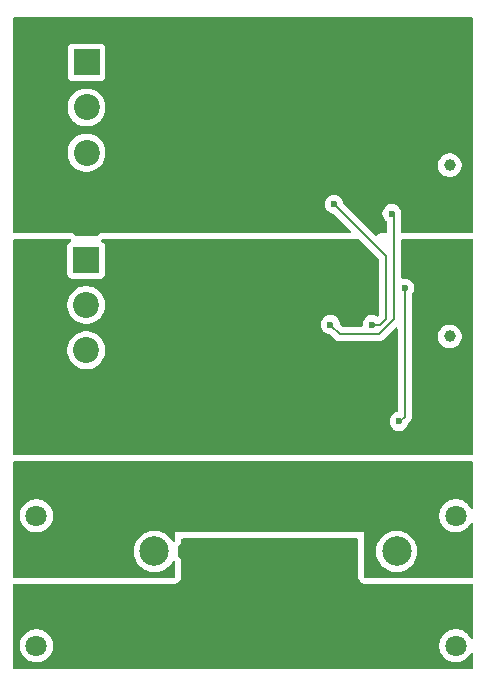
<source format=gbl>
%TF.GenerationSoftware,KiCad,Pcbnew,9.0.6*%
%TF.CreationDate,2025-12-05T19:41:48+01:00*%
%TF.ProjectId,balancingBoard,62616c61-6e63-4696-9e67-426f6172642e,rev?*%
%TF.SameCoordinates,Original*%
%TF.FileFunction,Copper,L2,Bot*%
%TF.FilePolarity,Positive*%
%FSLAX46Y46*%
G04 Gerber Fmt 4.6, Leading zero omitted, Abs format (unit mm)*
G04 Created by KiCad (PCBNEW 9.0.6) date 2025-12-05 19:41:48*
%MOMM*%
%LPD*%
G01*
G04 APERTURE LIST*
%TA.AperFunction,ComponentPad*%
%ADD10C,2.500000*%
%TD*%
%TA.AperFunction,ComponentPad*%
%ADD11C,1.800000*%
%TD*%
%TA.AperFunction,ComponentPad*%
%ADD12R,2.200000X2.200000*%
%TD*%
%TA.AperFunction,ComponentPad*%
%ADD13C,2.200000*%
%TD*%
%TA.AperFunction,ComponentPad*%
%ADD14C,1.000000*%
%TD*%
%TA.AperFunction,ViaPad*%
%ADD15C,0.600000*%
%TD*%
%TA.AperFunction,Conductor*%
%ADD16C,0.200000*%
%TD*%
G04 APERTURE END LIST*
D10*
%TO.P,U3,1,1*%
%TO.N,PACK+*%
X119012500Y-107690000D03*
%TO.P,U3,2,2*%
%TO.N,PACK-*%
X119012500Y-102690000D03*
D11*
%TO.P,U3,3,3*%
%TO.N,unconnected-(U3-Pad3)*%
X124012500Y-99690000D03*
%TO.P,U3,4,4*%
%TO.N,unconnected-(U3-Pad4)*%
X124012500Y-110690000D03*
%TD*%
D12*
%TO.P,CN1,1,1*%
%TO.N,Net-(CN1-Pad1)*%
X92750000Y-61310000D03*
D13*
%TO.P,CN1,2,2*%
%TO.N,Net-(CN1-Pad2)*%
X92750000Y-65120000D03*
%TO.P,CN1,3,3*%
%TO.N,Net-(CN1-Pad3)*%
X92750000Y-68940000D03*
%TO.P,CN1,4,4*%
%TO.N,Net-(U2-CTRC)*%
X92750000Y-72750000D03*
%TD*%
D14*
%TO.P,R19,1,1*%
%TO.N,Net-(U1-TS)*%
X123500000Y-84500000D03*
%TO.P,R19,2,2*%
%TO.N,GND*%
X123500000Y-82800000D03*
%TD*%
%TO.P,R15,1,1*%
%TO.N,Net-(U2-TS)*%
X123500000Y-70000000D03*
%TO.P,R15,2,2*%
%TO.N,Net-(U2-CTRC)*%
X123500000Y-68300000D03*
%TD*%
D12*
%TO.P,CN2,1,1*%
%TO.N,Net-(U2-CTRC)*%
X92725000Y-78030000D03*
D13*
%TO.P,CN2,2,2*%
%TO.N,Net-(CN2-Pad2)*%
X92725000Y-81840000D03*
%TO.P,CN2,3,3*%
%TO.N,Net-(CN2-Pad3)*%
X92725000Y-85660000D03*
%TO.P,CN2,4,4*%
%TO.N,GND*%
X92725000Y-89470000D03*
%TD*%
D10*
%TO.P,CN3,1,-*%
%TO.N,-BATT*%
X98500000Y-102690000D03*
%TO.P,CN3,2,+*%
%TO.N,PACK+*%
X98500000Y-107690000D03*
D11*
%TO.P,CN3,3,3*%
%TO.N,unconnected-(CN3-Pad3)*%
X88500000Y-110690000D03*
%TO.P,CN3,4,4*%
%TO.N,unconnected-(CN3-Pad4)*%
X88500000Y-99690000D03*
%TD*%
D15*
%TO.N,Net-(U2-CTRC)*%
X104200000Y-64600000D03*
X105200000Y-62900000D03*
X113400000Y-67100000D03*
X104770000Y-73410000D03*
%TO.N,GND*%
X103200000Y-78700000D03*
X96270000Y-81180000D03*
X107800000Y-86700000D03*
X105100000Y-77200000D03*
%TO.N,Net-(D2-C)*%
X119700000Y-80400000D03*
X119200000Y-91700000D03*
%TO.N,Net-(Q1-D-Pad5)*%
X114790000Y-97470000D03*
X107030000Y-98600000D03*
X112770000Y-99790000D03*
X105980000Y-97470000D03*
X108090000Y-97470000D03*
X114790000Y-99790000D03*
X113610000Y-98600000D03*
X105980000Y-99790000D03*
X112770000Y-97470000D03*
X108090000Y-99790000D03*
%TO.N,Net-(U2-LPWR)*%
X116912500Y-83500000D03*
X113700000Y-73300000D03*
%TO.N,BCBO*%
X118600000Y-74100000D03*
X113400000Y-83500000D03*
%TD*%
D16*
%TO.N,Net-(D2-C)*%
X119200000Y-91700000D02*
X119300000Y-91700000D01*
X119300000Y-91700000D02*
X119700000Y-91300000D01*
X119700000Y-91300000D02*
X119700000Y-80400000D01*
%TO.N,Net-(U2-LPWR)*%
X113700000Y-73300000D02*
X118100000Y-77700000D01*
X117600000Y-83500000D02*
X116912500Y-83500000D01*
X118100000Y-83000000D02*
X117600000Y-83500000D01*
X118100000Y-77700000D02*
X118100000Y-83000000D01*
%TO.N,BCBO*%
X118800000Y-74300000D02*
X118600000Y-74100000D01*
X114200000Y-84300000D02*
X117500000Y-84300000D01*
X113400000Y-83500000D02*
X114200000Y-84300000D01*
X117500000Y-84300000D02*
X118800000Y-83000000D01*
X118800000Y-83000000D02*
X118800000Y-74300000D01*
%TD*%
%TA.AperFunction,Conductor*%
%TO.N,Net-(U2-CTRC)*%
G36*
X125442539Y-57520185D02*
G01*
X125488294Y-57572989D01*
X125499500Y-57624500D01*
X125499500Y-75620500D01*
X125479815Y-75687539D01*
X125427011Y-75733294D01*
X125375500Y-75744500D01*
X119524500Y-75744500D01*
X119457461Y-75724815D01*
X119411706Y-75672011D01*
X119400500Y-75620500D01*
X119400500Y-74389639D01*
X119400500Y-74379061D01*
X119400501Y-74379058D01*
X119400501Y-74220943D01*
X119398909Y-74215006D01*
X119398781Y-74200848D01*
X119400534Y-74194667D01*
X119400851Y-74184995D01*
X119399903Y-74184902D01*
X119400500Y-74178843D01*
X119400500Y-74021155D01*
X119400499Y-74021153D01*
X119380734Y-73921789D01*
X119369737Y-73866503D01*
X119346452Y-73810288D01*
X119309397Y-73720827D01*
X119309390Y-73720814D01*
X119221789Y-73589711D01*
X119221786Y-73589707D01*
X119110292Y-73478213D01*
X119110288Y-73478210D01*
X118979185Y-73390609D01*
X118979172Y-73390602D01*
X118833501Y-73330264D01*
X118833489Y-73330261D01*
X118678845Y-73299500D01*
X118678842Y-73299500D01*
X118521158Y-73299500D01*
X118521155Y-73299500D01*
X118366510Y-73330261D01*
X118366498Y-73330264D01*
X118220827Y-73390602D01*
X118220814Y-73390609D01*
X118089711Y-73478210D01*
X118089707Y-73478213D01*
X117978213Y-73589707D01*
X117978210Y-73589711D01*
X117890609Y-73720814D01*
X117890602Y-73720827D01*
X117830264Y-73866498D01*
X117830261Y-73866510D01*
X117799500Y-74021153D01*
X117799500Y-74178846D01*
X117830261Y-74333489D01*
X117830264Y-74333501D01*
X117890602Y-74479172D01*
X117890609Y-74479185D01*
X117978210Y-74610288D01*
X117978213Y-74610292D01*
X118089706Y-74721785D01*
X118089709Y-74721787D01*
X118089711Y-74721789D01*
X118144391Y-74758325D01*
X118189195Y-74811935D01*
X118199500Y-74861426D01*
X118199500Y-75620500D01*
X118179815Y-75687539D01*
X118127011Y-75733294D01*
X118075500Y-75744500D01*
X117798579Y-75744500D01*
X117780596Y-75744820D01*
X117772951Y-75745093D01*
X117771706Y-75745138D01*
X117771702Y-75745138D01*
X117771680Y-75745139D01*
X117753694Y-75746103D01*
X117753679Y-75746105D01*
X117613103Y-75776686D01*
X117613098Y-75776687D01*
X117613097Y-75776688D01*
X117597271Y-75782590D01*
X117547631Y-75801105D01*
X117547627Y-75801107D01*
X117421357Y-75870056D01*
X117421356Y-75870057D01*
X117358002Y-75933409D01*
X117296678Y-75966893D01*
X117226987Y-75961907D01*
X117182642Y-75933407D01*
X115859527Y-74610292D01*
X114534573Y-73285337D01*
X114501088Y-73224014D01*
X114500637Y-73221847D01*
X114469738Y-73066510D01*
X114469737Y-73066503D01*
X114469735Y-73066498D01*
X114409397Y-72920827D01*
X114409390Y-72920814D01*
X114321789Y-72789711D01*
X114321786Y-72789707D01*
X114210292Y-72678213D01*
X114210288Y-72678210D01*
X114079185Y-72590609D01*
X114079172Y-72590602D01*
X113933501Y-72530264D01*
X113933489Y-72530261D01*
X113778845Y-72499500D01*
X113778842Y-72499500D01*
X113621158Y-72499500D01*
X113621155Y-72499500D01*
X113466510Y-72530261D01*
X113466498Y-72530264D01*
X113320827Y-72590602D01*
X113320814Y-72590609D01*
X113189711Y-72678210D01*
X113189707Y-72678213D01*
X113078213Y-72789707D01*
X113078210Y-72789711D01*
X112990609Y-72920814D01*
X112990602Y-72920827D01*
X112930264Y-73066498D01*
X112930261Y-73066510D01*
X112899500Y-73221153D01*
X112899500Y-73378846D01*
X112930261Y-73533489D01*
X112930264Y-73533501D01*
X112990602Y-73679172D01*
X112990609Y-73679185D01*
X113078210Y-73810288D01*
X113078213Y-73810292D01*
X113189707Y-73921786D01*
X113189711Y-73921789D01*
X113320814Y-74009390D01*
X113320827Y-74009397D01*
X113466498Y-74069735D01*
X113466503Y-74069737D01*
X113531147Y-74082595D01*
X113621849Y-74100638D01*
X113683760Y-74133023D01*
X113685339Y-74134574D01*
X115083584Y-75532819D01*
X115117069Y-75594142D01*
X115112085Y-75663834D01*
X115070213Y-75719767D01*
X115004749Y-75744184D01*
X114995903Y-75744500D01*
X94120584Y-75744500D01*
X94068232Y-75749184D01*
X94030834Y-75752530D01*
X93987517Y-75760344D01*
X93987513Y-75760345D01*
X93900610Y-75784184D01*
X93774327Y-75853136D01*
X93774325Y-75853137D01*
X93710260Y-75901094D01*
X93704180Y-75909217D01*
X93649714Y-75963682D01*
X93588391Y-75997166D01*
X93562034Y-76000000D01*
X91888272Y-76000000D01*
X91821233Y-75980315D01*
X91794560Y-75957204D01*
X91778486Y-75938653D01*
X91669752Y-75844433D01*
X91669749Y-75844431D01*
X91669747Y-75844430D01*
X91538881Y-75784664D01*
X91538876Y-75784662D01*
X91538875Y-75784662D01*
X91471836Y-75764977D01*
X91471838Y-75764977D01*
X91471833Y-75764976D01*
X91409770Y-75756053D01*
X91329416Y-75744500D01*
X86624500Y-75744500D01*
X86557461Y-75724815D01*
X86511706Y-75672011D01*
X86500500Y-75620500D01*
X86500500Y-68814038D01*
X91149500Y-68814038D01*
X91149500Y-69065962D01*
X91157009Y-69113371D01*
X91188910Y-69314785D01*
X91266760Y-69554383D01*
X91345114Y-69708160D01*
X91381129Y-69778844D01*
X91381132Y-69778848D01*
X91529201Y-69982649D01*
X91529205Y-69982654D01*
X91707345Y-70160794D01*
X91707350Y-70160798D01*
X91885117Y-70289952D01*
X91911155Y-70308870D01*
X92054184Y-70381747D01*
X92135616Y-70423239D01*
X92135618Y-70423239D01*
X92135621Y-70423241D01*
X92375215Y-70501090D01*
X92624038Y-70540500D01*
X92624039Y-70540500D01*
X92875961Y-70540500D01*
X92875962Y-70540500D01*
X93124785Y-70501090D01*
X93364379Y-70423241D01*
X93588845Y-70308870D01*
X93792656Y-70160793D01*
X93854906Y-70098543D01*
X122499499Y-70098543D01*
X122537947Y-70291829D01*
X122537950Y-70291839D01*
X122613364Y-70473907D01*
X122613371Y-70473920D01*
X122722860Y-70637781D01*
X122722863Y-70637785D01*
X122862214Y-70777136D01*
X122862218Y-70777139D01*
X123026079Y-70886628D01*
X123026092Y-70886635D01*
X123208160Y-70962049D01*
X123208165Y-70962051D01*
X123208169Y-70962051D01*
X123208170Y-70962052D01*
X123401456Y-71000500D01*
X123401459Y-71000500D01*
X123598543Y-71000500D01*
X123728582Y-70974632D01*
X123791835Y-70962051D01*
X123973914Y-70886632D01*
X124137782Y-70777139D01*
X124277139Y-70637782D01*
X124386632Y-70473914D01*
X124462051Y-70291835D01*
X124500500Y-70098541D01*
X124500500Y-69901459D01*
X124500500Y-69901456D01*
X124462052Y-69708170D01*
X124462051Y-69708169D01*
X124462051Y-69708165D01*
X124398353Y-69554383D01*
X124386635Y-69526092D01*
X124386628Y-69526079D01*
X124277139Y-69362218D01*
X124277136Y-69362214D01*
X124137785Y-69222863D01*
X124137781Y-69222860D01*
X123973920Y-69113371D01*
X123973907Y-69113364D01*
X123791839Y-69037950D01*
X123791829Y-69037947D01*
X123598543Y-68999500D01*
X123598541Y-68999500D01*
X123401459Y-68999500D01*
X123401457Y-68999500D01*
X123208170Y-69037947D01*
X123208160Y-69037950D01*
X123026092Y-69113364D01*
X123026079Y-69113371D01*
X122862218Y-69222860D01*
X122862214Y-69222863D01*
X122722863Y-69362214D01*
X122722860Y-69362218D01*
X122613371Y-69526079D01*
X122613364Y-69526092D01*
X122537950Y-69708160D01*
X122537947Y-69708170D01*
X122499500Y-69901456D01*
X122499500Y-69901459D01*
X122499500Y-70098541D01*
X122499500Y-70098543D01*
X122499499Y-70098543D01*
X93854906Y-70098543D01*
X93970793Y-69982656D01*
X94118870Y-69778845D01*
X94233241Y-69554379D01*
X94311090Y-69314785D01*
X94350500Y-69065962D01*
X94350500Y-68814038D01*
X94311090Y-68565215D01*
X94233241Y-68325621D01*
X94233239Y-68325618D01*
X94233239Y-68325616D01*
X94191747Y-68244184D01*
X94118870Y-68101155D01*
X94099952Y-68075117D01*
X93970798Y-67897350D01*
X93970794Y-67897345D01*
X93792654Y-67719205D01*
X93792649Y-67719201D01*
X93588848Y-67571132D01*
X93588847Y-67571131D01*
X93588845Y-67571130D01*
X93518747Y-67535413D01*
X93364383Y-67456760D01*
X93124785Y-67378910D01*
X92875962Y-67339500D01*
X92624038Y-67339500D01*
X92499626Y-67359205D01*
X92375214Y-67378910D01*
X92135616Y-67456760D01*
X91911151Y-67571132D01*
X91707350Y-67719201D01*
X91707345Y-67719205D01*
X91529205Y-67897345D01*
X91529201Y-67897350D01*
X91381132Y-68101151D01*
X91266760Y-68325616D01*
X91188910Y-68565214D01*
X91188910Y-68565215D01*
X91149500Y-68814038D01*
X86500500Y-68814038D01*
X86500500Y-64994038D01*
X91149500Y-64994038D01*
X91149500Y-65245961D01*
X91188910Y-65494785D01*
X91266760Y-65734383D01*
X91381132Y-65958848D01*
X91529201Y-66162649D01*
X91529205Y-66162654D01*
X91707345Y-66340794D01*
X91707350Y-66340798D01*
X91885117Y-66469952D01*
X91911155Y-66488870D01*
X92054184Y-66561747D01*
X92135616Y-66603239D01*
X92135618Y-66603239D01*
X92135621Y-66603241D01*
X92375215Y-66681090D01*
X92624038Y-66720500D01*
X92624039Y-66720500D01*
X92875961Y-66720500D01*
X92875962Y-66720500D01*
X93124785Y-66681090D01*
X93364379Y-66603241D01*
X93588845Y-66488870D01*
X93792656Y-66340793D01*
X93970793Y-66162656D01*
X94118870Y-65958845D01*
X94233241Y-65734379D01*
X94311090Y-65494785D01*
X94350500Y-65245962D01*
X94350500Y-64994038D01*
X94311090Y-64745215D01*
X94233241Y-64505621D01*
X94233239Y-64505618D01*
X94233239Y-64505616D01*
X94191747Y-64424184D01*
X94118870Y-64281155D01*
X94099952Y-64255117D01*
X93970798Y-64077350D01*
X93970794Y-64077345D01*
X93792654Y-63899205D01*
X93792649Y-63899201D01*
X93588848Y-63751132D01*
X93588847Y-63751131D01*
X93588845Y-63751130D01*
X93518747Y-63715413D01*
X93364383Y-63636760D01*
X93124785Y-63558910D01*
X92875962Y-63519500D01*
X92624038Y-63519500D01*
X92499626Y-63539205D01*
X92375214Y-63558910D01*
X92135616Y-63636760D01*
X91911151Y-63751132D01*
X91707350Y-63899201D01*
X91707345Y-63899205D01*
X91529205Y-64077345D01*
X91529201Y-64077350D01*
X91381132Y-64281151D01*
X91266760Y-64505616D01*
X91188910Y-64745214D01*
X91149500Y-64994038D01*
X86500500Y-64994038D01*
X86500500Y-60162135D01*
X91149500Y-60162135D01*
X91149500Y-62457870D01*
X91149501Y-62457876D01*
X91155908Y-62517483D01*
X91206202Y-62652328D01*
X91206206Y-62652335D01*
X91292452Y-62767544D01*
X91292455Y-62767547D01*
X91407664Y-62853793D01*
X91407671Y-62853797D01*
X91542517Y-62904091D01*
X91542516Y-62904091D01*
X91549444Y-62904835D01*
X91602127Y-62910500D01*
X93897872Y-62910499D01*
X93957483Y-62904091D01*
X94092331Y-62853796D01*
X94207546Y-62767546D01*
X94293796Y-62652331D01*
X94344091Y-62517483D01*
X94350500Y-62457873D01*
X94350499Y-60162128D01*
X94344091Y-60102517D01*
X94293796Y-59967669D01*
X94293795Y-59967668D01*
X94293793Y-59967664D01*
X94207547Y-59852455D01*
X94207544Y-59852452D01*
X94092335Y-59766206D01*
X94092328Y-59766202D01*
X93957482Y-59715908D01*
X93957483Y-59715908D01*
X93897883Y-59709501D01*
X93897881Y-59709500D01*
X93897873Y-59709500D01*
X93897864Y-59709500D01*
X91602129Y-59709500D01*
X91602123Y-59709501D01*
X91542516Y-59715908D01*
X91407671Y-59766202D01*
X91407664Y-59766206D01*
X91292455Y-59852452D01*
X91292452Y-59852455D01*
X91206206Y-59967664D01*
X91206202Y-59967671D01*
X91155908Y-60102517D01*
X91149501Y-60162116D01*
X91149501Y-60162123D01*
X91149500Y-60162135D01*
X86500500Y-60162135D01*
X86500500Y-57624500D01*
X86520185Y-57557461D01*
X86572989Y-57511706D01*
X86624500Y-57500500D01*
X125375500Y-57500500D01*
X125442539Y-57520185D01*
G37*
%TD.AperFunction*%
%TD*%
%TA.AperFunction,Conductor*%
%TO.N,GND*%
G36*
X91396455Y-76269685D02*
G01*
X91442210Y-76322489D01*
X91452154Y-76391647D01*
X91423129Y-76455203D01*
X91388845Y-76482831D01*
X91382666Y-76486204D01*
X91267455Y-76572452D01*
X91267452Y-76572455D01*
X91181206Y-76687664D01*
X91181202Y-76687671D01*
X91130908Y-76822517D01*
X91124501Y-76882116D01*
X91124501Y-76882123D01*
X91124500Y-76882135D01*
X91124500Y-79177870D01*
X91124501Y-79177876D01*
X91130908Y-79237483D01*
X91181202Y-79372328D01*
X91181206Y-79372335D01*
X91267452Y-79487544D01*
X91267455Y-79487547D01*
X91382664Y-79573793D01*
X91382671Y-79573797D01*
X91517517Y-79624091D01*
X91517516Y-79624091D01*
X91524444Y-79624835D01*
X91577127Y-79630500D01*
X93872872Y-79630499D01*
X93932483Y-79624091D01*
X94067331Y-79573796D01*
X94182546Y-79487546D01*
X94268796Y-79372331D01*
X94319091Y-79237483D01*
X94325500Y-79177873D01*
X94325499Y-76882128D01*
X94319091Y-76822517D01*
X94297152Y-76763696D01*
X94268797Y-76687671D01*
X94268793Y-76687664D01*
X94182547Y-76572455D01*
X94182544Y-76572452D01*
X94067333Y-76486204D01*
X94061155Y-76482831D01*
X94011751Y-76433425D01*
X93996900Y-76365152D01*
X94021318Y-76299688D01*
X94077253Y-76257817D01*
X94120584Y-76250000D01*
X115749403Y-76250000D01*
X115816442Y-76269685D01*
X115837084Y-76286319D01*
X117463181Y-77912416D01*
X117496666Y-77973739D01*
X117499500Y-78000097D01*
X117499500Y-82697479D01*
X117479815Y-82764518D01*
X117427011Y-82810273D01*
X117357853Y-82820217D01*
X117306612Y-82800583D01*
X117291686Y-82790610D01*
X117291680Y-82790607D01*
X117291679Y-82790606D01*
X117291676Y-82790605D01*
X117291671Y-82790602D01*
X117146001Y-82730264D01*
X117145989Y-82730261D01*
X116991345Y-82699500D01*
X116991342Y-82699500D01*
X116833658Y-82699500D01*
X116833655Y-82699500D01*
X116679010Y-82730261D01*
X116678998Y-82730264D01*
X116533327Y-82790602D01*
X116533314Y-82790609D01*
X116402211Y-82878210D01*
X116402207Y-82878213D01*
X116290713Y-82989707D01*
X116290710Y-82989711D01*
X116203109Y-83120814D01*
X116203102Y-83120827D01*
X116142764Y-83266498D01*
X116142761Y-83266510D01*
X116112000Y-83421153D01*
X116112000Y-83575500D01*
X116092315Y-83642539D01*
X116039511Y-83688294D01*
X115988000Y-83699500D01*
X114500097Y-83699500D01*
X114433058Y-83679815D01*
X114412416Y-83663181D01*
X114234574Y-83485339D01*
X114201089Y-83424016D01*
X114200638Y-83421849D01*
X114169738Y-83266510D01*
X114169737Y-83266503D01*
X114145864Y-83208867D01*
X114109397Y-83120827D01*
X114109390Y-83120814D01*
X114021789Y-82989711D01*
X114021786Y-82989707D01*
X113910292Y-82878213D01*
X113910288Y-82878210D01*
X113779185Y-82790609D01*
X113779172Y-82790602D01*
X113633501Y-82730264D01*
X113633489Y-82730261D01*
X113478845Y-82699500D01*
X113478842Y-82699500D01*
X113321158Y-82699500D01*
X113321155Y-82699500D01*
X113166510Y-82730261D01*
X113166498Y-82730264D01*
X113020827Y-82790602D01*
X113020814Y-82790609D01*
X112889711Y-82878210D01*
X112889707Y-82878213D01*
X112778213Y-82989707D01*
X112778210Y-82989711D01*
X112690609Y-83120814D01*
X112690602Y-83120827D01*
X112630264Y-83266498D01*
X112630261Y-83266510D01*
X112599500Y-83421153D01*
X112599500Y-83578846D01*
X112630261Y-83733489D01*
X112630264Y-83733501D01*
X112690602Y-83879172D01*
X112690609Y-83879185D01*
X112778210Y-84010288D01*
X112778213Y-84010292D01*
X112889707Y-84121786D01*
X112889711Y-84121789D01*
X113020814Y-84209390D01*
X113020827Y-84209397D01*
X113166498Y-84269735D01*
X113166503Y-84269737D01*
X113231147Y-84282595D01*
X113321849Y-84300638D01*
X113383760Y-84333023D01*
X113385339Y-84334574D01*
X113715139Y-84664374D01*
X113715149Y-84664385D01*
X113719479Y-84668715D01*
X113719480Y-84668716D01*
X113831284Y-84780520D01*
X113901660Y-84821151D01*
X113901664Y-84821153D01*
X113901666Y-84821155D01*
X113901667Y-84821155D01*
X113968215Y-84859577D01*
X114120943Y-84900501D01*
X114120946Y-84900501D01*
X114286653Y-84900501D01*
X114286669Y-84900500D01*
X117413331Y-84900500D01*
X117413347Y-84900501D01*
X117420943Y-84900501D01*
X117579054Y-84900501D01*
X117579057Y-84900501D01*
X117731785Y-84859577D01*
X117798333Y-84821155D01*
X117868716Y-84780520D01*
X117980520Y-84668716D01*
X117980520Y-84668714D01*
X117990724Y-84658511D01*
X117990727Y-84658506D01*
X118887820Y-83761414D01*
X118949142Y-83727930D01*
X119018834Y-83732914D01*
X119074767Y-83774786D01*
X119099184Y-83840250D01*
X119099500Y-83849096D01*
X119099500Y-90802044D01*
X119079815Y-90869083D01*
X119027011Y-90914838D01*
X118999691Y-90923661D01*
X118966510Y-90930261D01*
X118966498Y-90930264D01*
X118820827Y-90990602D01*
X118820814Y-90990609D01*
X118689711Y-91078210D01*
X118689707Y-91078213D01*
X118578213Y-91189707D01*
X118578210Y-91189711D01*
X118490609Y-91320814D01*
X118490602Y-91320827D01*
X118430264Y-91466498D01*
X118430261Y-91466510D01*
X118399500Y-91621153D01*
X118399500Y-91778846D01*
X118430261Y-91933489D01*
X118430264Y-91933501D01*
X118490602Y-92079172D01*
X118490609Y-92079185D01*
X118578210Y-92210288D01*
X118578213Y-92210292D01*
X118689707Y-92321786D01*
X118689711Y-92321789D01*
X118820814Y-92409390D01*
X118820827Y-92409397D01*
X118966498Y-92469735D01*
X118966503Y-92469737D01*
X119121153Y-92500499D01*
X119121156Y-92500500D01*
X119121158Y-92500500D01*
X119278844Y-92500500D01*
X119278845Y-92500499D01*
X119433497Y-92469737D01*
X119579179Y-92409394D01*
X119710289Y-92321789D01*
X119821789Y-92210289D01*
X119909394Y-92079179D01*
X119969737Y-91933497D01*
X119975807Y-91902978D01*
X119984572Y-91886222D01*
X119988592Y-91867744D01*
X120007334Y-91842707D01*
X120008191Y-91841070D01*
X120009687Y-91839546D01*
X120058506Y-91790728D01*
X120058511Y-91790724D01*
X120068714Y-91780520D01*
X120068716Y-91780520D01*
X120180520Y-91668716D01*
X120259577Y-91531784D01*
X120300500Y-91379057D01*
X120300500Y-84598543D01*
X122499499Y-84598543D01*
X122537947Y-84791829D01*
X122537950Y-84791839D01*
X122613364Y-84973907D01*
X122613371Y-84973920D01*
X122722860Y-85137781D01*
X122722863Y-85137785D01*
X122862214Y-85277136D01*
X122862218Y-85277139D01*
X123026079Y-85386628D01*
X123026092Y-85386635D01*
X123208160Y-85462049D01*
X123208165Y-85462051D01*
X123208169Y-85462051D01*
X123208170Y-85462052D01*
X123401456Y-85500500D01*
X123401459Y-85500500D01*
X123598543Y-85500500D01*
X123728582Y-85474632D01*
X123791835Y-85462051D01*
X123973914Y-85386632D01*
X124137782Y-85277139D01*
X124277139Y-85137782D01*
X124386632Y-84973914D01*
X124462051Y-84791835D01*
X124500500Y-84598541D01*
X124500500Y-84401459D01*
X124500500Y-84401456D01*
X124462052Y-84208170D01*
X124462051Y-84208169D01*
X124462051Y-84208165D01*
X124426272Y-84121786D01*
X124386635Y-84026092D01*
X124386628Y-84026079D01*
X124277139Y-83862218D01*
X124277136Y-83862214D01*
X124137785Y-83722863D01*
X124137781Y-83722860D01*
X123973920Y-83613371D01*
X123973907Y-83613364D01*
X123791839Y-83537950D01*
X123791829Y-83537947D01*
X123598543Y-83499500D01*
X123598541Y-83499500D01*
X123401459Y-83499500D01*
X123401457Y-83499500D01*
X123208170Y-83537947D01*
X123208160Y-83537950D01*
X123026092Y-83613364D01*
X123026079Y-83613371D01*
X122862218Y-83722860D01*
X122862214Y-83722863D01*
X122722863Y-83862214D01*
X122722860Y-83862218D01*
X122613371Y-84026079D01*
X122613364Y-84026092D01*
X122537950Y-84208160D01*
X122537947Y-84208170D01*
X122499500Y-84401456D01*
X122499500Y-84401459D01*
X122499500Y-84598541D01*
X122499500Y-84598543D01*
X122499499Y-84598543D01*
X120300500Y-84598543D01*
X120300500Y-80979765D01*
X120320185Y-80912726D01*
X120321398Y-80910874D01*
X120409390Y-80779185D01*
X120409390Y-80779184D01*
X120409394Y-80779179D01*
X120469737Y-80633497D01*
X120500500Y-80478842D01*
X120500500Y-80321158D01*
X120500500Y-80321155D01*
X120500499Y-80321153D01*
X120469738Y-80166510D01*
X120469737Y-80166503D01*
X120469735Y-80166498D01*
X120409397Y-80020827D01*
X120409390Y-80020814D01*
X120321789Y-79889711D01*
X120321786Y-79889707D01*
X120210292Y-79778213D01*
X120210288Y-79778210D01*
X120079185Y-79690609D01*
X120079172Y-79690602D01*
X119933501Y-79630264D01*
X119933489Y-79630261D01*
X119778845Y-79599500D01*
X119778842Y-79599500D01*
X119621158Y-79599500D01*
X119621155Y-79599500D01*
X119548691Y-79613914D01*
X119479100Y-79607687D01*
X119423922Y-79564824D01*
X119400678Y-79498934D01*
X119400500Y-79492297D01*
X119400500Y-76374000D01*
X119420185Y-76306961D01*
X119472989Y-76261206D01*
X119524500Y-76250000D01*
X125375500Y-76250000D01*
X125442539Y-76269685D01*
X125488294Y-76322489D01*
X125499500Y-76374000D01*
X125499500Y-94460500D01*
X125479815Y-94527539D01*
X125427011Y-94573294D01*
X125375500Y-94584500D01*
X86624500Y-94584500D01*
X86557461Y-94564815D01*
X86511706Y-94512011D01*
X86500500Y-94460500D01*
X86500500Y-85534038D01*
X91124500Y-85534038D01*
X91124500Y-85785961D01*
X91163910Y-86034785D01*
X91241760Y-86274383D01*
X91356132Y-86498848D01*
X91504201Y-86702649D01*
X91504205Y-86702654D01*
X91682345Y-86880794D01*
X91682350Y-86880798D01*
X91860117Y-87009952D01*
X91886155Y-87028870D01*
X92029184Y-87101747D01*
X92110616Y-87143239D01*
X92110618Y-87143239D01*
X92110621Y-87143241D01*
X92350215Y-87221090D01*
X92599038Y-87260500D01*
X92599039Y-87260500D01*
X92850961Y-87260500D01*
X92850962Y-87260500D01*
X93099785Y-87221090D01*
X93339379Y-87143241D01*
X93563845Y-87028870D01*
X93767656Y-86880793D01*
X93945793Y-86702656D01*
X94093870Y-86498845D01*
X94208241Y-86274379D01*
X94286090Y-86034785D01*
X94325500Y-85785962D01*
X94325500Y-85534038D01*
X94286090Y-85285215D01*
X94208241Y-85045621D01*
X94208239Y-85045618D01*
X94208239Y-85045616D01*
X94166747Y-84964184D01*
X94093870Y-84821155D01*
X94072563Y-84791829D01*
X93945798Y-84617350D01*
X93945794Y-84617345D01*
X93767654Y-84439205D01*
X93767649Y-84439201D01*
X93563848Y-84291132D01*
X93563847Y-84291131D01*
X93563845Y-84291130D01*
X93493747Y-84255413D01*
X93339383Y-84176760D01*
X93099785Y-84098910D01*
X92850962Y-84059500D01*
X92599038Y-84059500D01*
X92474626Y-84079205D01*
X92350214Y-84098910D01*
X92110616Y-84176760D01*
X91886151Y-84291132D01*
X91682350Y-84439201D01*
X91682345Y-84439205D01*
X91504205Y-84617345D01*
X91504201Y-84617350D01*
X91356132Y-84821151D01*
X91241760Y-85045616D01*
X91163910Y-85285214D01*
X91124500Y-85534038D01*
X86500500Y-85534038D01*
X86500500Y-81714038D01*
X91124500Y-81714038D01*
X91124500Y-81965961D01*
X91163910Y-82214785D01*
X91241760Y-82454383D01*
X91356132Y-82678848D01*
X91504201Y-82882649D01*
X91504205Y-82882654D01*
X91682345Y-83060794D01*
X91682350Y-83060798D01*
X91860117Y-83189952D01*
X91886155Y-83208870D01*
X91999280Y-83266510D01*
X92110616Y-83323239D01*
X92110618Y-83323239D01*
X92110621Y-83323241D01*
X92350215Y-83401090D01*
X92599038Y-83440500D01*
X92599039Y-83440500D01*
X92850961Y-83440500D01*
X92850962Y-83440500D01*
X93099785Y-83401090D01*
X93339379Y-83323241D01*
X93563845Y-83208870D01*
X93767656Y-83060793D01*
X93945793Y-82882656D01*
X94093870Y-82678845D01*
X94208241Y-82454379D01*
X94286090Y-82214785D01*
X94325500Y-81965962D01*
X94325500Y-81714038D01*
X94286090Y-81465215D01*
X94208241Y-81225621D01*
X94208239Y-81225618D01*
X94208239Y-81225616D01*
X94166747Y-81144184D01*
X94093870Y-81001155D01*
X94074952Y-80975117D01*
X93945798Y-80797350D01*
X93945794Y-80797345D01*
X93767654Y-80619205D01*
X93767649Y-80619201D01*
X93563848Y-80471132D01*
X93563847Y-80471131D01*
X93563845Y-80471130D01*
X93493747Y-80435413D01*
X93339383Y-80356760D01*
X93099785Y-80278910D01*
X92850962Y-80239500D01*
X92599038Y-80239500D01*
X92474626Y-80259205D01*
X92350214Y-80278910D01*
X92110616Y-80356760D01*
X91886151Y-80471132D01*
X91682350Y-80619201D01*
X91682345Y-80619205D01*
X91504205Y-80797345D01*
X91504201Y-80797350D01*
X91356132Y-81001151D01*
X91241760Y-81225616D01*
X91163910Y-81465214D01*
X91124500Y-81714038D01*
X86500500Y-81714038D01*
X86500500Y-76374000D01*
X86520185Y-76306961D01*
X86572989Y-76261206D01*
X86624500Y-76250000D01*
X91329416Y-76250000D01*
X91396455Y-76269685D01*
G37*
%TD.AperFunction*%
%TD*%
%TA.AperFunction,Conductor*%
%TO.N,PACK+*%
G36*
X115687539Y-101625185D02*
G01*
X115733294Y-101677989D01*
X115744500Y-101729500D01*
X115744500Y-102608394D01*
X115744500Y-104816000D01*
X115744501Y-104816009D01*
X115756052Y-104923450D01*
X115756054Y-104923462D01*
X115767260Y-104974972D01*
X115801383Y-105077497D01*
X115801386Y-105077503D01*
X115879171Y-105198537D01*
X115879179Y-105198548D01*
X115924923Y-105251340D01*
X115924926Y-105251343D01*
X115924930Y-105251347D01*
X116033664Y-105345567D01*
X116033667Y-105345568D01*
X116033668Y-105345569D01*
X116127925Y-105388616D01*
X116164541Y-105405338D01*
X116231580Y-105425023D01*
X116231584Y-105425024D01*
X116374000Y-105445500D01*
X116374003Y-105445500D01*
X125375500Y-105445500D01*
X125442539Y-105465185D01*
X125488294Y-105517989D01*
X125499500Y-105569500D01*
X125499500Y-110007036D01*
X125479815Y-110074075D01*
X125427011Y-110119830D01*
X125357853Y-110129774D01*
X125294297Y-110100749D01*
X125265016Y-110063332D01*
X125210314Y-109955976D01*
X125080747Y-109777641D01*
X125080743Y-109777636D01*
X124924863Y-109621756D01*
X124924858Y-109621752D01*
X124746525Y-109492187D01*
X124746524Y-109492186D01*
X124746522Y-109492185D01*
X124683596Y-109460122D01*
X124550106Y-109392104D01*
X124550103Y-109392103D01*
X124340452Y-109323985D01*
X124231586Y-109306742D01*
X124122722Y-109289500D01*
X123902278Y-109289500D01*
X123829701Y-109300995D01*
X123684547Y-109323985D01*
X123474896Y-109392103D01*
X123474893Y-109392104D01*
X123278474Y-109492187D01*
X123100141Y-109621752D01*
X123100136Y-109621756D01*
X122944256Y-109777636D01*
X122944252Y-109777641D01*
X122814687Y-109955974D01*
X122714604Y-110152393D01*
X122714603Y-110152396D01*
X122646485Y-110362047D01*
X122612000Y-110579778D01*
X122612000Y-110800221D01*
X122646485Y-111017952D01*
X122714603Y-111227603D01*
X122714604Y-111227606D01*
X122814687Y-111424025D01*
X122944252Y-111602358D01*
X122944256Y-111602363D01*
X123100136Y-111758243D01*
X123100141Y-111758247D01*
X123255692Y-111871260D01*
X123278478Y-111887815D01*
X123406875Y-111953237D01*
X123474893Y-111987895D01*
X123474896Y-111987896D01*
X123579721Y-112021955D01*
X123684549Y-112056015D01*
X123902278Y-112090500D01*
X123902279Y-112090500D01*
X124122721Y-112090500D01*
X124122722Y-112090500D01*
X124340451Y-112056015D01*
X124550106Y-111987895D01*
X124746522Y-111887815D01*
X124924865Y-111758242D01*
X125080742Y-111602365D01*
X125210315Y-111424022D01*
X125265015Y-111316667D01*
X125312990Y-111265872D01*
X125380811Y-111249077D01*
X125446946Y-111271615D01*
X125490397Y-111326330D01*
X125499500Y-111372963D01*
X125499500Y-112575500D01*
X125479815Y-112642539D01*
X125427011Y-112688294D01*
X125375500Y-112699500D01*
X86624500Y-112699500D01*
X86557461Y-112679815D01*
X86511706Y-112627011D01*
X86500500Y-112575500D01*
X86500500Y-110579778D01*
X87099500Y-110579778D01*
X87099500Y-110800221D01*
X87133985Y-111017952D01*
X87202103Y-111227603D01*
X87202104Y-111227606D01*
X87302187Y-111424025D01*
X87431752Y-111602358D01*
X87431756Y-111602363D01*
X87587636Y-111758243D01*
X87587641Y-111758247D01*
X87743192Y-111871260D01*
X87765978Y-111887815D01*
X87894375Y-111953237D01*
X87962393Y-111987895D01*
X87962396Y-111987896D01*
X88067221Y-112021955D01*
X88172049Y-112056015D01*
X88389778Y-112090500D01*
X88389779Y-112090500D01*
X88610221Y-112090500D01*
X88610222Y-112090500D01*
X88827951Y-112056015D01*
X89037606Y-111987895D01*
X89234022Y-111887815D01*
X89412365Y-111758242D01*
X89568242Y-111602365D01*
X89697815Y-111424022D01*
X89797895Y-111227606D01*
X89866015Y-111017951D01*
X89900500Y-110800222D01*
X89900500Y-110579778D01*
X89866015Y-110362049D01*
X89797895Y-110152394D01*
X89797895Y-110152393D01*
X89752515Y-110063332D01*
X89697815Y-109955978D01*
X89681260Y-109933192D01*
X89568247Y-109777641D01*
X89568243Y-109777636D01*
X89412363Y-109621756D01*
X89412358Y-109621752D01*
X89234025Y-109492187D01*
X89234024Y-109492186D01*
X89234022Y-109492185D01*
X89171096Y-109460122D01*
X89037606Y-109392104D01*
X89037603Y-109392103D01*
X88827952Y-109323985D01*
X88719086Y-109306742D01*
X88610222Y-109289500D01*
X88389778Y-109289500D01*
X88317201Y-109300995D01*
X88172047Y-109323985D01*
X87962396Y-109392103D01*
X87962393Y-109392104D01*
X87765974Y-109492187D01*
X87587641Y-109621752D01*
X87587636Y-109621756D01*
X87431756Y-109777636D01*
X87431752Y-109777641D01*
X87302187Y-109955974D01*
X87202104Y-110152393D01*
X87202103Y-110152396D01*
X87133985Y-110362047D01*
X87099500Y-110579778D01*
X86500500Y-110579778D01*
X86500500Y-105569500D01*
X86520185Y-105502461D01*
X86572989Y-105456706D01*
X86624500Y-105445500D01*
X100125990Y-105445500D01*
X100126000Y-105445500D01*
X100233456Y-105433947D01*
X100284967Y-105422741D01*
X100319197Y-105411347D01*
X100387497Y-105388616D01*
X100387501Y-105388613D01*
X100387504Y-105388613D01*
X100508543Y-105310825D01*
X100561347Y-105265070D01*
X100655567Y-105156336D01*
X100715338Y-105025459D01*
X100735023Y-104958420D01*
X100735024Y-104958416D01*
X100755500Y-104816000D01*
X100755500Y-103622684D01*
X100748501Y-103538857D01*
X100741681Y-103498300D01*
X100720878Y-103416796D01*
X100720878Y-103416795D01*
X100654952Y-103288915D01*
X100654951Y-103288913D01*
X100619451Y-103239060D01*
X100614421Y-103231996D01*
X100614420Y-103231994D01*
X100533838Y-103147483D01*
X100533418Y-103147033D01*
X100517968Y-103116326D01*
X100502241Y-103085818D01*
X100502152Y-103084888D01*
X100502016Y-103084618D01*
X100502073Y-103084068D01*
X100500000Y-103062351D01*
X100500000Y-102316171D01*
X100519685Y-102249132D01*
X100542795Y-102222459D01*
X100561347Y-102206385D01*
X100655567Y-102097651D01*
X100715338Y-101966774D01*
X100735023Y-101899735D01*
X100735024Y-101899731D01*
X100755500Y-101757315D01*
X100755500Y-101729500D01*
X100775185Y-101662461D01*
X100827989Y-101616706D01*
X100879500Y-101605500D01*
X115620500Y-101605500D01*
X115687539Y-101625185D01*
G37*
%TD.AperFunction*%
%TD*%
%TA.AperFunction,Conductor*%
%TO.N,Net-(Q1-D-Pad5)*%
G36*
X125442539Y-95109685D02*
G01*
X125488294Y-95162489D01*
X125499500Y-95214000D01*
X125499500Y-99007036D01*
X125479815Y-99074075D01*
X125427011Y-99119830D01*
X125357853Y-99129774D01*
X125294297Y-99100749D01*
X125265016Y-99063332D01*
X125210314Y-98955976D01*
X125080747Y-98777641D01*
X125080743Y-98777636D01*
X124924863Y-98621756D01*
X124924858Y-98621752D01*
X124746525Y-98492187D01*
X124746524Y-98492186D01*
X124746522Y-98492185D01*
X124683596Y-98460122D01*
X124550106Y-98392104D01*
X124550103Y-98392103D01*
X124340452Y-98323985D01*
X124231586Y-98306742D01*
X124122722Y-98289500D01*
X123902278Y-98289500D01*
X123829701Y-98300995D01*
X123684547Y-98323985D01*
X123474896Y-98392103D01*
X123474893Y-98392104D01*
X123278474Y-98492187D01*
X123100141Y-98621752D01*
X123100136Y-98621756D01*
X122944256Y-98777636D01*
X122944252Y-98777641D01*
X122814687Y-98955974D01*
X122714604Y-99152393D01*
X122714603Y-99152396D01*
X122646485Y-99362047D01*
X122612000Y-99579778D01*
X122612000Y-99800221D01*
X122646485Y-100017952D01*
X122714603Y-100227603D01*
X122714604Y-100227606D01*
X122814687Y-100424025D01*
X122944252Y-100602358D01*
X122944256Y-100602363D01*
X123100136Y-100758243D01*
X123100141Y-100758247D01*
X123255692Y-100871260D01*
X123278478Y-100887815D01*
X123406875Y-100953237D01*
X123474893Y-100987895D01*
X123474896Y-100987896D01*
X123579721Y-101021955D01*
X123684549Y-101056015D01*
X123902278Y-101090500D01*
X123902279Y-101090500D01*
X124122721Y-101090500D01*
X124122722Y-101090500D01*
X124340451Y-101056015D01*
X124550106Y-100987895D01*
X124746522Y-100887815D01*
X124924865Y-100758242D01*
X125080742Y-100602365D01*
X125210315Y-100424022D01*
X125265015Y-100316667D01*
X125312990Y-100265872D01*
X125380811Y-100249077D01*
X125446946Y-100271615D01*
X125490397Y-100326330D01*
X125499500Y-100372963D01*
X125499500Y-104816000D01*
X125479815Y-104883039D01*
X125427011Y-104928794D01*
X125375500Y-104940000D01*
X116374000Y-104940000D01*
X116306961Y-104920315D01*
X116261206Y-104867511D01*
X116250000Y-104816000D01*
X116250000Y-102575258D01*
X117262000Y-102575258D01*
X117262000Y-102804741D01*
X117286946Y-102994215D01*
X117291952Y-103032238D01*
X117291953Y-103032240D01*
X117351342Y-103253887D01*
X117439150Y-103465876D01*
X117439157Y-103465890D01*
X117553892Y-103664617D01*
X117693581Y-103846661D01*
X117693589Y-103846670D01*
X117855830Y-104008911D01*
X117855838Y-104008918D01*
X118037882Y-104148607D01*
X118037885Y-104148608D01*
X118037888Y-104148611D01*
X118236612Y-104263344D01*
X118236617Y-104263346D01*
X118236623Y-104263349D01*
X118327980Y-104301190D01*
X118448613Y-104351158D01*
X118670262Y-104410548D01*
X118897766Y-104440500D01*
X118897773Y-104440500D01*
X119127227Y-104440500D01*
X119127234Y-104440500D01*
X119354738Y-104410548D01*
X119576387Y-104351158D01*
X119788388Y-104263344D01*
X119987112Y-104148611D01*
X120169161Y-104008919D01*
X120169165Y-104008914D01*
X120169170Y-104008911D01*
X120331411Y-103846670D01*
X120331414Y-103846665D01*
X120331419Y-103846661D01*
X120471111Y-103664612D01*
X120585844Y-103465888D01*
X120673658Y-103253887D01*
X120733048Y-103032238D01*
X120763000Y-102804734D01*
X120763000Y-102575266D01*
X120733048Y-102347762D01*
X120673658Y-102126113D01*
X120585844Y-101914112D01*
X120471111Y-101715388D01*
X120471108Y-101715385D01*
X120471107Y-101715382D01*
X120331418Y-101533338D01*
X120331411Y-101533330D01*
X120169170Y-101371089D01*
X120169161Y-101371081D01*
X119987117Y-101231392D01*
X119788390Y-101116657D01*
X119788376Y-101116650D01*
X119576387Y-101028842D01*
X119354738Y-100969452D01*
X119316715Y-100964446D01*
X119127241Y-100939500D01*
X119127234Y-100939500D01*
X118897766Y-100939500D01*
X118897758Y-100939500D01*
X118681215Y-100968009D01*
X118670262Y-100969452D01*
X118601431Y-100987895D01*
X118448612Y-101028842D01*
X118236623Y-101116650D01*
X118236609Y-101116657D01*
X118037882Y-101231392D01*
X117855838Y-101371081D01*
X117693581Y-101533338D01*
X117553892Y-101715382D01*
X117439157Y-101914109D01*
X117439150Y-101914123D01*
X117351342Y-102126112D01*
X117291953Y-102347759D01*
X117291951Y-102347770D01*
X117262000Y-102575258D01*
X116250000Y-102575258D01*
X116250000Y-101100000D01*
X100250000Y-101100000D01*
X100250000Y-101757315D01*
X100230315Y-101824354D01*
X100177511Y-101870109D01*
X100108353Y-101880053D01*
X100044797Y-101851028D01*
X100018613Y-101819315D01*
X99982817Y-101757315D01*
X99958611Y-101715388D01*
X99958608Y-101715385D01*
X99958607Y-101715382D01*
X99818918Y-101533338D01*
X99818911Y-101533330D01*
X99656670Y-101371089D01*
X99656661Y-101371081D01*
X99474617Y-101231392D01*
X99275890Y-101116657D01*
X99275876Y-101116650D01*
X99063887Y-101028842D01*
X98842238Y-100969452D01*
X98804215Y-100964446D01*
X98614741Y-100939500D01*
X98614734Y-100939500D01*
X98385266Y-100939500D01*
X98385258Y-100939500D01*
X98168715Y-100968009D01*
X98157762Y-100969452D01*
X98088931Y-100987895D01*
X97936112Y-101028842D01*
X97724123Y-101116650D01*
X97724109Y-101116657D01*
X97525382Y-101231392D01*
X97343338Y-101371081D01*
X97181081Y-101533338D01*
X97041392Y-101715382D01*
X96926657Y-101914109D01*
X96926650Y-101914123D01*
X96838842Y-102126112D01*
X96779453Y-102347759D01*
X96779451Y-102347770D01*
X96749500Y-102575258D01*
X96749500Y-102804741D01*
X96774446Y-102994215D01*
X96779452Y-103032238D01*
X96779453Y-103032240D01*
X96838842Y-103253887D01*
X96926650Y-103465876D01*
X96926657Y-103465890D01*
X97041392Y-103664617D01*
X97181081Y-103846661D01*
X97181089Y-103846670D01*
X97343330Y-104008911D01*
X97343338Y-104008918D01*
X97525382Y-104148607D01*
X97525385Y-104148608D01*
X97525388Y-104148611D01*
X97724112Y-104263344D01*
X97724117Y-104263346D01*
X97724123Y-104263349D01*
X97815480Y-104301190D01*
X97936113Y-104351158D01*
X98157762Y-104410548D01*
X98385266Y-104440500D01*
X98385273Y-104440500D01*
X98614727Y-104440500D01*
X98614734Y-104440500D01*
X98842238Y-104410548D01*
X99063887Y-104351158D01*
X99275888Y-104263344D01*
X99474612Y-104148611D01*
X99656661Y-104008919D01*
X99656665Y-104008914D01*
X99656670Y-104008911D01*
X99818911Y-103846670D01*
X99818914Y-103846665D01*
X99818919Y-103846661D01*
X99958611Y-103664612D01*
X100018614Y-103560682D01*
X100069180Y-103512469D01*
X100137787Y-103499245D01*
X100202652Y-103525213D01*
X100243180Y-103582127D01*
X100250000Y-103622684D01*
X100250000Y-104816000D01*
X100230315Y-104883039D01*
X100177511Y-104928794D01*
X100126000Y-104940000D01*
X86624500Y-104940000D01*
X86557461Y-104920315D01*
X86511706Y-104867511D01*
X86500500Y-104816000D01*
X86500500Y-99579778D01*
X87099500Y-99579778D01*
X87099500Y-99800221D01*
X87133985Y-100017952D01*
X87202103Y-100227603D01*
X87202104Y-100227606D01*
X87302187Y-100424025D01*
X87431752Y-100602358D01*
X87431756Y-100602363D01*
X87587636Y-100758243D01*
X87587641Y-100758247D01*
X87743192Y-100871260D01*
X87765978Y-100887815D01*
X87894375Y-100953237D01*
X87962393Y-100987895D01*
X87962396Y-100987896D01*
X88067221Y-101021955D01*
X88172049Y-101056015D01*
X88389778Y-101090500D01*
X88389779Y-101090500D01*
X88610221Y-101090500D01*
X88610222Y-101090500D01*
X88827951Y-101056015D01*
X89037606Y-100987895D01*
X89234022Y-100887815D01*
X89412365Y-100758242D01*
X89568242Y-100602365D01*
X89697815Y-100424022D01*
X89797895Y-100227606D01*
X89866015Y-100017951D01*
X89900500Y-99800222D01*
X89900500Y-99579778D01*
X89866015Y-99362049D01*
X89797895Y-99152394D01*
X89797895Y-99152393D01*
X89752515Y-99063332D01*
X89697815Y-98955978D01*
X89681260Y-98933192D01*
X89568247Y-98777641D01*
X89568243Y-98777636D01*
X89412363Y-98621756D01*
X89412358Y-98621752D01*
X89234025Y-98492187D01*
X89234024Y-98492186D01*
X89234022Y-98492185D01*
X89171096Y-98460122D01*
X89037606Y-98392104D01*
X89037603Y-98392103D01*
X88827952Y-98323985D01*
X88719086Y-98306742D01*
X88610222Y-98289500D01*
X88389778Y-98289500D01*
X88317201Y-98300995D01*
X88172047Y-98323985D01*
X87962396Y-98392103D01*
X87962393Y-98392104D01*
X87765974Y-98492187D01*
X87587641Y-98621752D01*
X87587636Y-98621756D01*
X87431756Y-98777636D01*
X87431752Y-98777641D01*
X87302187Y-98955974D01*
X87202104Y-99152393D01*
X87202103Y-99152396D01*
X87133985Y-99362047D01*
X87099500Y-99579778D01*
X86500500Y-99579778D01*
X86500500Y-95214000D01*
X86520185Y-95146961D01*
X86572989Y-95101206D01*
X86624500Y-95090000D01*
X125375500Y-95090000D01*
X125442539Y-95109685D01*
G37*
%TD.AperFunction*%
%TD*%
M02*

</source>
